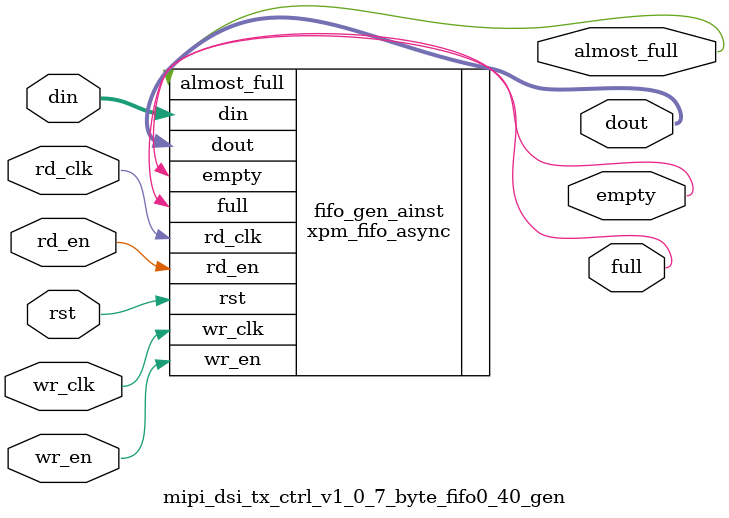
<source format=v>
`timescale 1ns/1ps
module mipi_dsi_tx_ctrl_v1_0_7_byte_fifo0_40_gen (
  input         rst   ,
  input         wr_clk,
  input         rd_clk,
  input [40-1:0]  din   ,
  input         wr_en ,
  input         rd_en ,
  output [40-1:0]  dout   ,
  output        full  ,
  output        almost_full  ,
  output        empty
);
xpm_fifo_async#(
  .FIFO_MEMORY_TYPE("distributed"),
  .FIFO_WRITE_DEPTH(128),
  .READ_DATA_WIDTH( 40),
  .WRITE_DATA_WIDTH( 40),
  .FULL_RESET_VALUE(1),
  .USE_ADV_FEATURES("0008")
 ) fifo_gen_ainst(
   .rst(rst),
   .wr_clk(wr_clk),
   .rd_clk(rd_clk),
   .din(din),
   .wr_en(wr_en),
   .rd_en(rd_en),
   .dout(dout),
   .full(full),
   .almost_full(almost_full),
   .empty(empty)
);
//mipi_dsi_tx_ctrl_v1_0_7_fifo0_40 fifo_gen_ainst (
//.rst    (rst    ),
//.wr_clk (wr_clk ),
//.rd_clk (rd_clk ),
//.din    (din    ),
//.wr_en  (wr_en  ),
//.rd_en  (rd_en  ),
//.dout   (dout   ),
//.full   (full   ),
//.almost_full   (almost_full   ),
//.empty  (empty  ) 
//
//);
endmodule

</source>
